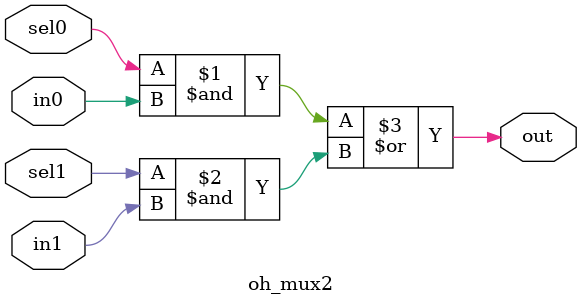
<source format=v>

module oh_mux2 #(parameter N = 1 ) // width of mux
   (
    input 	    sel1,
    input 	    sel0,
    input [N-1:0]  in1,
    input [N-1:0]  in0,
    output [N-1:0] out  //selected data output
    );

   assign out[N-1:0] = ({(N){sel0}} & in0[N-1:0] |
			 {(N){sel1}} & in1[N-1:0]);


endmodule // oh_mux2

</source>
